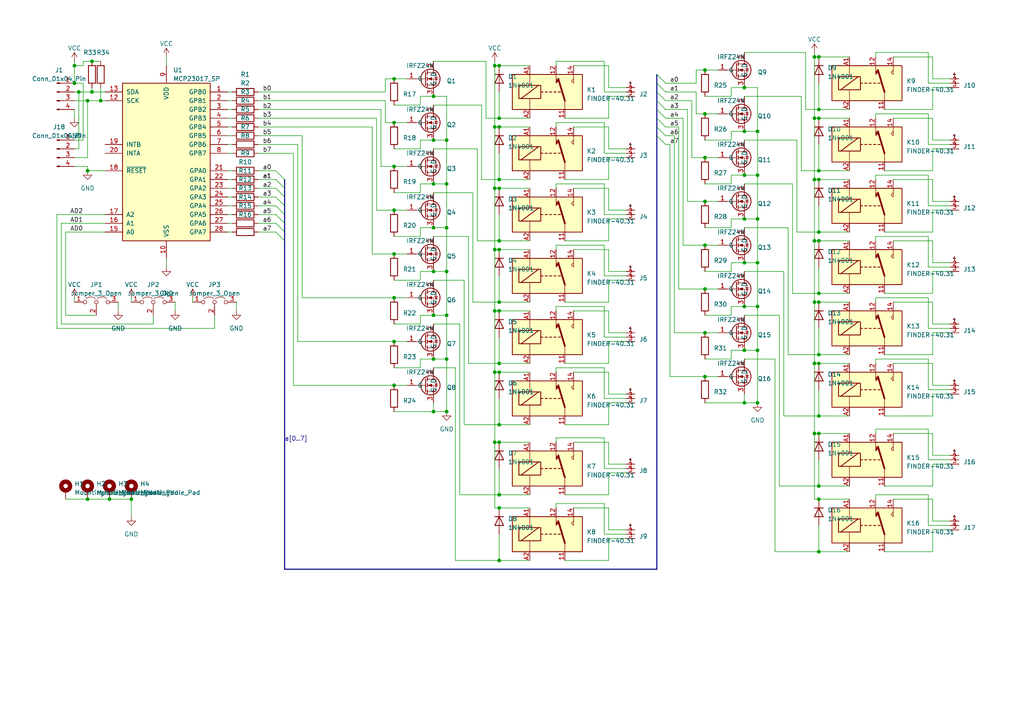
<source format=kicad_sch>
(kicad_sch (version 20230121) (generator eeschema)
  (paper "A4")
  (junction (at 125.73 91.44))
  (junction (at 144.78 36.83))
  (junction (at 114.3 99.06))
  (junction (at 144.78 105.41))
  (junction (at 219.71 116.84))
  (junction (at 237.49 140.97))
  (junction (at 219.71 101.6))
  (junction (at 25.4 49.53))
  (junction (at 129.54 40.64))
  (junction (at 143.51 90.17))
  (junction (at 26.67 17.78))
  (junction (at 144.78 69.85))
  (junction (at 114.3 22.86))
  (junction (at 237.49 16.51))
  (junction (at 125.73 119.38))
  (junction (at 114.3 35.56))
  (junction (at 219.71 38.1))
  (junction (at 144.78 19.05))
  (junction (at 237.49 49.53))
  (junction (at 236.22 16.51))
  (junction (at 114.3 48.26))
  (junction (at 236.22 105.41))
  (junction (at 26.67 26.67))
  (junction (at 144.78 162.56))
  (junction (at 125.73 104.14))
  (junction (at 144.78 123.19))
  (junction (at 204.47 45.72))
  (junction (at 125.73 66.04))
  (junction (at 129.54 91.44))
  (junction (at 204.47 109.22))
  (junction (at 237.49 160.02))
  (junction (at 236.22 69.85))
  (junction (at 237.49 31.75))
  (junction (at 219.71 50.8))
  (junction (at 237.49 52.07))
  (junction (at 219.71 76.2))
  (junction (at 143.51 128.27))
  (junction (at 204.47 71.12))
  (junction (at 125.73 27.94))
  (junction (at 31.75 144.78))
  (junction (at 129.54 53.34))
  (junction (at 236.22 87.63))
  (junction (at 143.51 54.61))
  (junction (at 236.22 125.73))
  (junction (at 114.3 86.36))
  (junction (at 129.54 119.38))
  (junction (at 143.51 36.83))
  (junction (at 204.47 96.52))
  (junction (at 215.9 38.1))
  (junction (at 143.51 19.05))
  (junction (at 219.71 63.5))
  (junction (at 125.73 53.34))
  (junction (at 125.73 78.74))
  (junction (at 144.78 72.39))
  (junction (at 237.49 87.63))
  (junction (at 25.4 29.21))
  (junction (at 215.9 101.6))
  (junction (at 144.78 147.32))
  (junction (at 129.54 66.04))
  (junction (at 215.9 76.2))
  (junction (at 236.22 52.07))
  (junction (at 215.9 88.9))
  (junction (at 237.49 69.85))
  (junction (at 204.47 58.42))
  (junction (at 236.22 34.29))
  (junction (at 215.9 63.5))
  (junction (at 38.1 144.78))
  (junction (at 215.9 50.8))
  (junction (at 237.49 144.78))
  (junction (at 29.21 29.21))
  (junction (at 204.47 33.02))
  (junction (at 144.78 52.07))
  (junction (at 215.9 25.4))
  (junction (at 21.59 19.05))
  (junction (at 21.59 24.13))
  (junction (at 129.54 78.74))
  (junction (at 237.49 67.31))
  (junction (at 114.3 111.76))
  (junction (at 129.54 104.14))
  (junction (at 144.78 107.95))
  (junction (at 237.49 120.65))
  (junction (at 143.51 107.95))
  (junction (at 237.49 105.41))
  (junction (at 215.9 116.84))
  (junction (at 114.3 73.66))
  (junction (at 144.78 54.61))
  (junction (at 237.49 125.73))
  (junction (at 144.78 34.29))
  (junction (at 114.3 60.96))
  (junction (at 144.78 87.63))
  (junction (at 125.73 40.64))
  (junction (at 144.78 143.51))
  (junction (at 237.49 34.29))
  (junction (at 237.49 102.87))
  (junction (at 143.51 72.39))
  (junction (at 144.78 90.17))
  (junction (at 219.71 88.9))
  (junction (at 25.4 144.78))
  (junction (at 237.49 85.09))
  (junction (at 144.78 128.27))
  (junction (at 204.47 20.32))
  (junction (at 204.47 83.82))
  (junction (at 22.86 26.67))
  (bus_entry (at 190.5 21.59) (size 2.54 2.54))
  (bus_entry (at 190.5 31.75) (size 2.54 2.54))
  (bus_entry (at 80.01 54.61) (size 2.54 2.54))
  (bus_entry (at 80.01 67.31) (size 2.54 2.54))
  (bus_entry (at 190.5 36.83) (size 2.54 2.54))
  (bus_entry (at 190.5 34.29) (size 2.54 2.54))
  (bus_entry (at 190.5 29.21) (size 2.54 2.54))
  (bus_entry (at 80.01 62.23) (size 2.54 2.54))
  (bus_entry (at 190.5 24.13) (size 2.54 2.54))
  (bus_entry (at 80.01 57.15) (size 2.54 2.54))
  (bus_entry (at 80.01 52.07) (size 2.54 2.54))
  (bus_entry (at 190.5 39.37) (size 2.54 2.54))
  (bus_entry (at 190.5 26.67) (size 2.54 2.54))
  (bus_entry (at 80.01 49.53) (size 2.54 2.54))
  (bus_entry (at 80.01 59.69) (size 2.54 2.54))
  (bus_entry (at 80.01 64.77) (size 2.54 2.54))
  (wire (pts (xy 87.63 39.37) (xy 87.63 86.36)))
  (wire (pts (xy 236.22 144.78) (xy 236.22 125.73)))
  (wire (pts (xy 137.16 55.88) (xy 137.16 87.63)))
  (wire (pts (xy 161.29 17.78) (xy 161.29 19.05)))
  (wire (pts (xy 181.61 99.06) (xy 176.53 99.06)))
  (wire (pts (xy 219.71 38.1) (xy 219.71 50.8)))
  (wire (pts (xy 114.3 35.56) (xy 118.11 35.56)))
  (wire (pts (xy 254 104.14) (xy 254 105.41)))
  (wire (pts (xy 86.36 99.06) (xy 114.3 99.06)))
  (wire (pts (xy 193.04 29.21) (xy 200.66 29.21)))
  (wire (pts (xy 237.49 59.69) (xy 237.49 67.31)))
  (wire (pts (xy 246.38 160.02) (xy 237.49 160.02)))
  (wire (pts (xy 236.22 34.29) (xy 236.22 52.07)))
  (wire (pts (xy 231.14 40.64) (xy 231.14 67.31)))
  (wire (pts (xy 270.51 22.86) (xy 270.51 16.51)))
  (wire (pts (xy 114.3 30.48) (xy 121.92 30.48)))
  (wire (pts (xy 215.9 66.04) (xy 228.6 66.04)))
  (wire (pts (xy 176.53 69.85) (xy 176.53 63.5)))
  (wire (pts (xy 66.04 49.53) (xy 67.31 49.53)))
  (wire (pts (xy 196.85 36.83) (xy 196.85 83.82)))
  (wire (pts (xy 121.92 91.44) (xy 125.73 91.44)))
  (wire (pts (xy 201.93 24.13) (xy 201.93 20.32)))
  (wire (pts (xy 121.92 55.88) (xy 121.92 53.34)))
  (wire (pts (xy 269.24 113.03) (xy 269.24 104.14)))
  (wire (pts (xy 175.26 97.79) (xy 181.61 97.79)))
  (wire (pts (xy 38.1 86.36) (xy 38.1 87.63)))
  (wire (pts (xy 21.59 86.36) (xy 21.59 87.63)))
  (wire (pts (xy 121.92 30.48) (xy 121.92 27.94)))
  (wire (pts (xy 144.78 143.51) (xy 153.67 143.51)))
  (wire (pts (xy 129.54 104.14) (xy 129.54 119.38)))
  (wire (pts (xy 144.78 54.61) (xy 153.67 54.61)))
  (wire (pts (xy 176.53 114.3) (xy 176.53 107.95)))
  (wire (pts (xy 219.71 76.2) (xy 219.71 88.9)))
  (wire (pts (xy 270.51 58.42) (xy 270.51 52.07)))
  (wire (pts (xy 269.24 152.4) (xy 269.24 143.51)))
  (wire (pts (xy 129.54 27.94) (xy 129.54 40.64)))
  (wire (pts (xy 74.93 64.77) (xy 80.01 64.77)))
  (wire (pts (xy 121.92 106.68) (xy 121.92 104.14)))
  (wire (pts (xy 181.61 25.4) (xy 176.53 25.4)))
  (wire (pts (xy 236.22 87.63) (xy 236.22 105.41)))
  (wire (pts (xy 176.53 60.96) (xy 181.61 60.96)))
  (wire (pts (xy 195.58 39.37) (xy 195.58 96.52)))
  (wire (pts (xy 204.47 91.44) (xy 212.09 91.44)))
  (wire (pts (xy 175.26 62.23) (xy 175.26 53.34)))
  (wire (pts (xy 181.61 154.94) (xy 175.26 154.94)))
  (wire (pts (xy 259.08 87.63) (xy 270.51 87.63)))
  (wire (pts (xy 212.09 40.64) (xy 212.09 38.1)))
  (wire (pts (xy 176.53 43.18) (xy 181.61 43.18)))
  (wire (pts (xy 24.13 24.13) (xy 21.59 24.13)))
  (wire (pts (xy 236.22 52.07) (xy 237.49 52.07)))
  (wire (pts (xy 134.62 81.28) (xy 134.62 123.19)))
  (wire (pts (xy 204.47 40.64) (xy 212.09 40.64)))
  (wire (pts (xy 125.73 68.58) (xy 135.89 68.58)))
  (bus (pts (xy 190.5 21.59) (xy 190.5 24.13)))
  (wire (pts (xy 144.78 128.27) (xy 143.51 128.27)))
  (wire (pts (xy 246.38 16.51) (xy 237.49 16.51)))
  (wire (pts (xy 237.49 105.41) (xy 246.38 105.41)))
  (wire (pts (xy 140.97 34.29) (xy 140.97 17.78)))
  (wire (pts (xy 114.3 119.38) (xy 125.73 119.38)))
  (wire (pts (xy 163.83 123.19) (xy 176.53 123.19)))
  (wire (pts (xy 111.76 26.67) (xy 111.76 22.86)))
  (wire (pts (xy 163.83 87.63) (xy 176.53 87.63)))
  (wire (pts (xy 66.04 39.37) (xy 67.31 39.37)))
  (wire (pts (xy 66.04 29.21) (xy 67.31 29.21)))
  (wire (pts (xy 270.51 87.63) (xy 270.51 93.98)))
  (wire (pts (xy 193.04 24.13) (xy 201.93 24.13)))
  (wire (pts (xy 161.29 71.12) (xy 161.29 72.39)))
  (wire (pts (xy 144.78 143.51) (xy 133.35 143.51)))
  (wire (pts (xy 175.26 154.94) (xy 175.26 146.05)))
  (wire (pts (xy 237.49 140.97) (xy 226.06 140.97)))
  (wire (pts (xy 237.49 87.63) (xy 246.38 87.63)))
  (wire (pts (xy 275.59 134.62) (xy 270.51 134.62)))
  (wire (pts (xy 212.09 25.4) (xy 215.9 25.4)))
  (wire (pts (xy 193.04 26.67) (xy 201.93 26.67)))
  (wire (pts (xy 224.79 104.14) (xy 224.79 160.02)))
  (wire (pts (xy 215.9 76.2) (xy 219.71 76.2)))
  (wire (pts (xy 161.29 88.9) (xy 175.26 88.9)))
  (wire (pts (xy 114.3 43.18) (xy 121.92 43.18)))
  (wire (pts (xy 270.51 120.65) (xy 270.51 114.3)))
  (wire (pts (xy 125.73 78.74) (xy 129.54 78.74)))
  (wire (pts (xy 275.59 96.52) (xy 270.51 96.52)))
  (wire (pts (xy 181.61 62.23) (xy 175.26 62.23)))
  (wire (pts (xy 212.09 66.04) (xy 212.09 63.5)))
  (wire (pts (xy 143.51 54.61) (xy 143.51 72.39)))
  (wire (pts (xy 201.93 20.32) (xy 204.47 20.32)))
  (bus (pts (xy 190.5 34.29) (xy 190.5 36.83)))
  (wire (pts (xy 237.49 160.02) (xy 237.49 152.4)))
  (wire (pts (xy 175.26 53.34) (xy 161.29 53.34)))
  (wire (pts (xy 66.04 67.31) (xy 67.31 67.31)))
  (wire (pts (xy 259.08 69.85) (xy 270.51 69.85)))
  (wire (pts (xy 204.47 109.22) (xy 208.28 109.22)))
  (wire (pts (xy 219.71 63.5) (xy 219.71 76.2)))
  (wire (pts (xy 125.73 104.14) (xy 129.54 104.14)))
  (wire (pts (xy 144.78 90.17) (xy 143.51 90.17)))
  (wire (pts (xy 21.59 40.64) (xy 24.13 40.64)))
  (wire (pts (xy 143.51 147.32) (xy 143.51 128.27)))
  (wire (pts (xy 176.53 156.21) (xy 181.61 156.21)))
  (wire (pts (xy 204.47 53.34) (xy 212.09 53.34)))
  (wire (pts (xy 269.24 50.8) (xy 254 50.8)))
  (wire (pts (xy 215.9 116.84) (xy 219.71 116.84)))
  (wire (pts (xy 237.49 24.13) (xy 237.49 31.75)))
  (wire (pts (xy 212.09 76.2) (xy 215.9 76.2)))
  (wire (pts (xy 111.76 35.56) (xy 114.3 35.56)))
  (wire (pts (xy 181.61 44.45) (xy 175.26 44.45)))
  (wire (pts (xy 194.31 109.22) (xy 204.47 109.22)))
  (wire (pts (xy 269.24 24.13) (xy 269.24 15.24)))
  (wire (pts (xy 201.93 26.67) (xy 201.93 33.02)))
  (wire (pts (xy 200.66 45.72) (xy 204.47 45.72)))
  (wire (pts (xy 144.78 69.85) (xy 153.67 69.85)))
  (wire (pts (xy 66.04 26.67) (xy 67.31 26.67)))
  (wire (pts (xy 176.53 90.17) (xy 176.53 96.52)))
  (wire (pts (xy 125.73 66.04) (xy 129.54 66.04)))
  (wire (pts (xy 153.67 19.05) (xy 144.78 19.05)))
  (wire (pts (xy 269.24 95.25) (xy 275.59 95.25)))
  (wire (pts (xy 144.78 162.56) (xy 144.78 154.94)))
  (wire (pts (xy 254 143.51) (xy 254 144.78)))
  (wire (pts (xy 163.83 143.51) (xy 176.53 143.51)))
  (bus (pts (xy 190.5 26.67) (xy 190.5 29.21)))
  (wire (pts (xy 38.1 144.78) (xy 38.1 149.86)))
  (wire (pts (xy 144.78 62.23) (xy 144.78 69.85)))
  (wire (pts (xy 144.78 128.27) (xy 153.67 128.27)))
  (wire (pts (xy 121.92 53.34) (xy 125.73 53.34)))
  (wire (pts (xy 270.51 111.76) (xy 270.51 105.41)))
  (wire (pts (xy 107.95 73.66) (xy 114.3 73.66)))
  (wire (pts (xy 74.93 52.07) (xy 80.01 52.07)))
  (wire (pts (xy 219.71 25.4) (xy 219.71 38.1)))
  (wire (pts (xy 114.3 81.28) (xy 121.92 81.28)))
  (bus (pts (xy 190.5 39.37) (xy 190.5 165.1)))
  (wire (pts (xy 176.53 134.62) (xy 181.61 134.62)))
  (wire (pts (xy 204.47 58.42) (xy 208.28 58.42)))
  (wire (pts (xy 161.29 106.68) (xy 161.29 107.95)))
  (wire (pts (xy 166.37 54.61) (xy 176.53 54.61)))
  (wire (pts (xy 44.45 91.44) (xy 44.45 93.98)))
  (wire (pts (xy 163.83 52.07) (xy 176.53 52.07)))
  (wire (pts (xy 259.08 105.41) (xy 270.51 105.41)))
  (wire (pts (xy 237.49 31.75) (xy 233.68 31.75)))
  (wire (pts (xy 256.54 160.02) (xy 270.51 160.02)))
  (wire (pts (xy 74.93 34.29) (xy 109.22 34.29)))
  (wire (pts (xy 25.4 29.21) (xy 29.21 29.21)))
  (wire (pts (xy 133.35 93.98) (xy 125.73 93.98)))
  (wire (pts (xy 193.04 31.75) (xy 199.39 31.75)))
  (wire (pts (xy 212.09 88.9) (xy 215.9 88.9)))
  (wire (pts (xy 166.37 107.95) (xy 176.53 107.95)))
  (wire (pts (xy 270.51 132.08) (xy 275.59 132.08)))
  (wire (pts (xy 176.53 153.67) (xy 181.61 153.67)))
  (wire (pts (xy 121.92 78.74) (xy 125.73 78.74)))
  (wire (pts (xy 125.73 27.94) (xy 129.54 27.94)))
  (wire (pts (xy 199.39 58.42) (xy 204.47 58.42)))
  (wire (pts (xy 74.93 36.83) (xy 107.95 36.83)))
  (wire (pts (xy 256.54 85.09) (xy 270.51 85.09)))
  (wire (pts (xy 259.08 52.07) (xy 270.51 52.07)))
  (wire (pts (xy 109.22 34.29) (xy 109.22 60.96)))
  (wire (pts (xy 176.53 63.5) (xy 181.61 63.5)))
  (wire (pts (xy 176.53 99.06) (xy 176.53 105.41)))
  (wire (pts (xy 74.93 49.53) (xy 80.01 49.53)))
  (wire (pts (xy 24.13 17.78) (xy 24.13 19.05)))
  (wire (pts (xy 144.78 26.67) (xy 144.78 34.29)))
  (wire (pts (xy 66.04 34.29) (xy 67.31 34.29)))
  (wire (pts (xy 121.92 27.94) (xy 125.73 27.94)))
  (wire (pts (xy 161.29 146.05) (xy 161.29 147.32)))
  (wire (pts (xy 139.7 30.48) (xy 139.7 52.07)))
  (wire (pts (xy 199.39 31.75) (xy 199.39 58.42)))
  (wire (pts (xy 21.59 45.72) (xy 25.4 45.72)))
  (wire (pts (xy 74.93 39.37) (xy 87.63 39.37)))
  (wire (pts (xy 24.13 19.05) (xy 21.59 19.05)))
  (wire (pts (xy 176.53 96.52) (xy 181.61 96.52)))
  (wire (pts (xy 27.94 91.44) (xy 19.05 91.44)))
  (wire (pts (xy 86.36 41.91) (xy 86.36 99.06)))
  (wire (pts (xy 25.4 48.26) (xy 25.4 49.53)))
  (wire (pts (xy 259.08 144.78) (xy 270.51 144.78)))
  (wire (pts (xy 175.26 135.89) (xy 181.61 135.89)))
  (wire (pts (xy 132.08 162.56) (xy 144.78 162.56)))
  (wire (pts (xy 236.22 87.63) (xy 236.22 69.85)))
  (wire (pts (xy 232.41 49.53) (xy 237.49 49.53)))
  (wire (pts (xy 62.23 95.25) (xy 16.51 95.25)))
  (wire (pts (xy 66.04 62.23) (xy 67.31 62.23)))
  (wire (pts (xy 125.73 106.68) (xy 132.08 106.68)))
  (wire (pts (xy 181.61 137.16) (xy 176.53 137.16)))
  (wire (pts (xy 110.49 48.26) (xy 114.3 48.26)))
  (wire (pts (xy 237.49 69.85) (xy 236.22 69.85)))
  (wire (pts (xy 144.78 34.29) (xy 153.67 34.29)))
  (wire (pts (xy 181.61 81.28) (xy 176.53 81.28)))
  (wire (pts (xy 270.51 102.87) (xy 256.54 102.87)))
  (wire (pts (xy 175.26 17.78) (xy 161.29 17.78)))
  (wire (pts (xy 254 69.85) (xy 254 68.58)))
  (wire (pts (xy 270.51 160.02) (xy 270.51 153.67)))
  (wire (pts (xy 163.83 162.56) (xy 176.53 162.56)))
  (wire (pts (xy 26.67 25.4) (xy 26.67 26.67)))
  (wire (pts (xy 26.67 26.67) (xy 30.48 26.67)))
  (wire (pts (xy 161.29 127) (xy 175.26 127)))
  (wire (pts (xy 237.49 41.91) (xy 237.49 49.53)))
  (wire (pts (xy 204.47 78.74) (xy 212.09 78.74)))
  (wire (pts (xy 19.05 91.44) (xy 19.05 67.31)))
  (wire (pts (xy 125.73 116.84) (xy 125.73 119.38)))
  (wire (pts (xy 270.51 93.98) (xy 275.59 93.98)))
  (wire (pts (xy 233.68 15.24) (xy 215.9 15.24)))
  (wire (pts (xy 125.73 55.88) (xy 137.16 55.88)))
  (wire (pts (xy 215.9 38.1) (xy 219.71 38.1)))
  (wire (pts (xy 24.13 40.64) (xy 24.13 24.13)))
  (wire (pts (xy 256.54 31.75) (xy 270.51 31.75)))
  (wire (pts (xy 176.53 45.72) (xy 181.61 45.72)))
  (wire (pts (xy 254 15.24) (xy 254 16.51)))
  (wire (pts (xy 22.86 43.18) (xy 22.86 26.67)))
  (wire (pts (xy 114.3 106.68) (xy 121.92 106.68)))
  (wire (pts (xy 270.51 25.4) (xy 275.59 25.4)))
  (wire (pts (xy 21.59 48.26) (xy 25.4 48.26)))
  (wire (pts (xy 227.33 120.65) (xy 237.49 120.65)))
  (wire (pts (xy 194.31 41.91) (xy 194.31 109.22)))
  (wire (pts (xy 215.9 27.94) (xy 232.41 27.94)))
  (bus (pts (xy 82.55 67.31) (xy 82.55 69.85)))
  (bus (pts (xy 190.5 29.21) (xy 190.5 31.75)))
  (wire (pts (xy 125.73 30.48) (xy 139.7 30.48)))
  (wire (pts (xy 229.87 53.34) (xy 229.87 85.09)))
  (bus (pts (xy 190.5 31.75) (xy 190.5 34.29)))
  (wire (pts (xy 22.86 26.67) (xy 26.67 26.67)))
  (wire (pts (xy 143.51 36.83) (xy 143.51 54.61)))
  (wire (pts (xy 143.51 147.32) (xy 144.78 147.32)))
  (wire (pts (xy 237.49 120.65) (xy 246.38 120.65)))
  (wire (pts (xy 29.21 25.4) (xy 29.21 29.21)))
  (wire (pts (xy 176.53 52.07) (xy 176.53 45.72)))
  (wire (pts (xy 176.53 72.39) (xy 176.53 78.74)))
  (wire (pts (xy 212.09 38.1) (xy 215.9 38.1)))
  (wire (pts (xy 212.09 50.8) (xy 215.9 50.8)))
  (wire (pts (xy 237.49 95.25) (xy 237.49 102.87)))
  (wire (pts (xy 254 86.36) (xy 269.24 86.36)))
  (bus (pts (xy 190.5 24.13) (xy 190.5 26.67)))
  (wire (pts (xy 175.26 71.12) (xy 175.26 80.01)))
  (bus (pts (xy 82.55 64.77) (xy 82.55 67.31)))
  (wire (pts (xy 270.51 153.67) (xy 275.59 153.67)))
  (wire (pts (xy 143.51 90.17) (xy 143.51 107.95)))
  (wire (pts (xy 275.59 152.4) (xy 269.24 152.4)))
  (wire (pts (xy 219.71 50.8) (xy 219.71 63.5)))
  (wire (pts (xy 175.26 106.68) (xy 161.29 106.68)))
  (wire (pts (xy 163.83 69.85) (xy 176.53 69.85)))
  (wire (pts (xy 212.09 63.5) (xy 215.9 63.5)))
  (wire (pts (xy 121.92 81.28) (xy 121.92 78.74)))
  (wire (pts (xy 215.9 78.74) (xy 227.33 78.74)))
  (wire (pts (xy 121.92 40.64) (xy 125.73 40.64)))
  (wire (pts (xy 204.47 45.72) (xy 208.28 45.72)))
  (wire (pts (xy 204.47 20.32) (xy 208.28 20.32)))
  (wire (pts (xy 66.04 54.61) (xy 67.31 54.61)))
  (wire (pts (xy 21.59 19.05) (xy 21.59 24.13)))
  (wire (pts (xy 236.22 105.41) (xy 237.49 105.41)))
  (wire (pts (xy 114.3 93.98) (xy 121.92 93.98)))
  (wire (pts (xy 74.93 62.23) (xy 80.01 62.23)))
  (wire (pts (xy 144.78 44.45) (xy 144.78 52.07)))
  (wire (pts (xy 66.04 64.77) (xy 67.31 64.77)))
  (wire (pts (xy 62.23 91.44) (xy 62.23 95.25)))
  (wire (pts (xy 144.78 72.39) (xy 153.67 72.39)))
  (wire (pts (xy 66.04 44.45) (xy 67.31 44.45)))
  (wire (pts (xy 269.24 15.24) (xy 254 15.24)))
  (wire (pts (xy 111.76 22.86) (xy 114.3 22.86)))
  (wire (pts (xy 236.22 16.51) (xy 236.22 34.29)))
  (wire (pts (xy 21.59 17.78) (xy 21.59 19.05)))
  (wire (pts (xy 237.49 113.03) (xy 237.49 120.65)))
  (wire (pts (xy 125.73 43.18) (xy 138.43 43.18)))
  (wire (pts (xy 138.43 69.85) (xy 144.78 69.85)))
  (wire (pts (xy 125.73 81.28) (xy 134.62 81.28)))
  (wire (pts (xy 200.66 29.21) (xy 200.66 45.72)))
  (wire (pts (xy 143.51 107.95) (xy 144.78 107.95)))
  (bus (pts (xy 190.5 36.83) (xy 190.5 39.37)))
  (wire (pts (xy 269.24 104.14) (xy 254 104.14)))
  (bus (pts (xy 82.55 57.15) (xy 82.55 59.69)))
  (wire (pts (xy 143.51 54.61) (xy 144.78 54.61)))
  (wire (pts (xy 254 125.73) (xy 254 124.46)))
  (wire (pts (xy 161.29 127) (xy 161.29 128.27)))
  (wire (pts (xy 133.35 93.98) (xy 133.35 143.51)))
  (wire (pts (xy 144.78 52.07) (xy 153.67 52.07)))
  (wire (pts (xy 224.79 160.02) (xy 237.49 160.02)))
  (wire (pts (xy 215.9 88.9) (xy 219.71 88.9)))
  (wire (pts (xy 175.26 115.57) (xy 175.26 106.68)))
  (wire (pts (xy 212.09 78.74) (xy 212.09 76.2)))
  (wire (pts (xy 129.54 91.44) (xy 129.54 104.14)))
  (wire (pts (xy 74.93 44.45) (xy 85.09 44.45)))
  (wire (pts (xy 29.21 29.21) (xy 30.48 29.21)))
  (wire (pts (xy 237.49 16.51) (xy 236.22 16.51)))
  (wire (pts (xy 270.51 96.52) (xy 270.51 102.87)))
  (wire (pts (xy 26.67 17.78) (xy 29.21 17.78)))
  (wire (pts (xy 161.29 53.34) (xy 161.29 54.61)))
  (wire (pts (xy 175.26 44.45) (xy 175.26 35.56)))
  (wire (pts (xy 176.53 162.56) (xy 176.53 156.21)))
  (wire (pts (xy 269.24 77.47) (xy 275.59 77.47)))
  (wire (pts (xy 114.3 99.06) (xy 118.11 99.06)))
  (wire (pts (xy 212.09 91.44) (xy 212.09 88.9)))
  (wire (pts (xy 254 124.46) (xy 269.24 124.46)))
  (wire (pts (xy 114.3 111.76) (xy 118.11 111.76)))
  (wire (pts (xy 161.29 88.9) (xy 161.29 90.17)))
  (wire (pts (xy 110.49 31.75) (xy 110.49 48.26)))
  (wire (pts (xy 228.6 102.87) (xy 237.49 102.87)))
  (wire (pts (xy 55.88 86.36) (xy 55.88 87.63)))
  (wire (pts (xy 31.75 144.78) (xy 38.1 144.78)))
  (bus (pts (xy 82.55 54.61) (xy 82.55 57.15)))
  (wire (pts (xy 175.26 80.01) (xy 181.61 80.01)))
  (wire (pts (xy 275.59 41.91) (xy 269.24 41.91)))
  (wire (pts (xy 176.53 123.19) (xy 176.53 116.84)))
  (wire (pts (xy 269.24 68.58) (xy 269.24 77.47)))
  (wire (pts (xy 237.49 67.31) (xy 246.38 67.31)))
  (wire (pts (xy 176.53 36.83) (xy 176.53 43.18)))
  (wire (pts (xy 66.04 36.83) (xy 67.31 36.83)))
  (wire (pts (xy 26.67 17.78) (xy 24.13 17.78)))
  (wire (pts (xy 144.78 90.17) (xy 153.67 90.17)))
  (wire (pts (xy 237.49 34.29) (xy 246.38 34.29)))
  (wire (pts (xy 175.26 146.05) (xy 161.29 146.05)))
  (wire (pts (xy 226.06 91.44) (xy 215.9 91.44)))
  (wire (pts (xy 237.49 125.73) (xy 236.22 125.73)))
  (wire (pts (xy 198.12 71.12) (xy 204.47 71.12)))
  (wire (pts (xy 175.26 35.56) (xy 161.29 35.56)))
  (wire (pts (xy 25.4 49.53) (xy 30.48 49.53)))
  (wire (pts (xy 236.22 105.41) (xy 236.22 125.73)))
  (wire (pts (xy 74.93 54.61) (xy 80.01 54.61)))
  (wire (pts (xy 121.92 68.58) (xy 121.92 66.04)))
  (wire (pts (xy 193.04 39.37) (xy 195.58 39.37)))
  (wire (pts (xy 204.47 33.02) (xy 208.28 33.02)))
  (wire (pts (xy 19.05 144.78) (xy 25.4 144.78)))
  (wire (pts (xy 161.29 35.56) (xy 161.29 36.83)))
  (wire (pts (xy 176.53 81.28) (xy 176.53 87.63)))
  (wire (pts (xy 270.51 60.96) (xy 275.59 60.96)))
  (wire (pts (xy 144.78 147.32) (xy 153.67 147.32)))
  (wire (pts (xy 125.73 119.38) (xy 129.54 119.38)))
  (wire (pts (xy 219.71 101.6) (xy 219.71 116.84)))
  (wire (pts (xy 74.93 31.75) (xy 110.49 31.75)))
  (wire (pts (xy 259.08 34.29) (xy 270.51 34.29)))
  (wire (pts (xy 215.9 101.6) (xy 219.71 101.6)))
  (wire (pts (xy 181.61 26.67) (xy 175.26 26.67)))
  (wire (pts (xy 215.9 114.3) (xy 215.9 116.84)))
  (wire (pts (xy 144.78 72.39) (xy 143.51 72.39)))
  (wire (pts (xy 259.08 125.73) (xy 270.51 125.73)))
  (wire (pts (xy 121.92 104.14) (xy 125.73 104.14)))
  (wire (pts (xy 144.78 123.19) (xy 153.67 123.19)))
  (wire (pts (xy 66.04 41.91) (xy 67.31 41.91)))
  (wire (pts (xy 212.09 53.34) (xy 212.09 50.8)))
  (wire (pts (xy 193.04 36.83) (xy 196.85 36.83)))
  (wire (pts (xy 74.93 26.67) (xy 111.76 26.67)))
  (wire (pts (xy 196.85 83.82) (xy 204.47 83.82)))
  (wire (pts (xy 114.3 73.66) (xy 118.11 73.66)))
  (wire (pts (xy 138.43 43.18) (xy 138.43 69.85)))
  (wire (pts (xy 269.24 143.51) (xy 254 143.51)))
  (wire (pts (xy 66.04 59.69) (xy 67.31 59.69)))
  (wire (pts (xy 227.33 78.74) (xy 227.33 120.65)))
  (wire (pts (xy 237.49 85.09) (xy 237.49 77.47)))
  (wire (pts (xy 48.26 16.51) (xy 48.26 19.05)))
  (wire (pts (xy 204.47 116.84) (xy 215.9 116.84)))
  (wire (pts (xy 111.76 29.21) (xy 111.76 35.56)))
  (wire (pts (xy 175.26 127) (xy 175.26 135.89)))
  (wire (pts (xy 204.47 71.12) (xy 208.28 71.12)))
  (wire (pts (xy 215.9 63.5) (xy 219.71 63.5)))
  (wire (pts (xy 21.59 43.18) (xy 22.86 43.18)))
  (wire (pts (xy 254 87.63) (xy 254 86.36)))
  (wire (pts (xy 275.59 22.86) (xy 270.51 22.86)))
  (wire (pts (xy 237.49 125.73) (xy 246.38 125.73)))
  (wire (pts (xy 237.49 69.85) (xy 246.38 69.85)))
  (wire (pts (xy 176.53 128.27) (xy 176.53 134.62)))
  (bus (pts (xy 82.55 59.69) (xy 82.55 62.23)))
  (bus (pts (xy 82.55 62.23) (xy 82.55 64.77)))
  (wire (pts (xy 228.6 66.04) (xy 228.6 102.87)))
  (wire (pts (xy 270.51 40.64) (xy 275.59 40.64)))
  (wire (pts (xy 85.09 111.76) (xy 114.3 111.76)))
  (wire (pts (xy 85.09 44.45) (xy 85.09 111.76)))
  (wire (pts (xy 144.78 36.83) (xy 153.67 36.83)))
  (wire (pts (xy 215.9 53.34) (xy 229.87 53.34)))
  (wire (pts (xy 143.51 36.83) (xy 144.78 36.83)))
  (wire (pts (xy 109.22 60.96) (xy 114.3 60.96)))
  (wire (pts (xy 16.51 95.25) (xy 16.51 62.23)))
  (wire (pts (xy 193.04 41.91) (xy 194.31 41.91)))
  (wire (pts (xy 135.89 68.58) (xy 135.89 105.41)))
  (wire (pts (xy 114.3 86.36) (xy 118.11 86.36)))
  (wire (pts (xy 176.53 78.74) (xy 181.61 78.74)))
  (bus (pts (xy 82.55 52.07) (xy 82.55 54.61)))
  (wire (pts (xy 204.47 104.14) (xy 212.09 104.14)))
  (wire (pts (xy 129.54 40.64) (xy 129.54 53.34)))
  (wire (pts (xy 231.14 67.31) (xy 237.49 67.31)))
  (wire (pts (xy 166.37 72.39) (xy 176.53 72.39)))
  (wire (pts (xy 176.53 60.96) (xy 176.53 54.61)))
  (wire (pts (xy 254 50.8) (xy 254 52.07)))
  (wire (pts (xy 270.51 67.31) (xy 270.51 60.96)))
  (wire (pts (xy 144.78 115.57) (xy 144.78 123.19)))
  (wire (pts (xy 25.4 144.78) (xy 31.75 144.78)))
  (wire (pts (xy 175.26 88.9) (xy 175.26 97.79)))
  (wire (pts (xy 270.51 125.73) (xy 270.51 132.08)))
  (wire (pts (xy 269.24 124.46) (xy 269.24 133.35)))
  (wire (pts (xy 176.53 114.3) (xy 181.61 114.3)))
  (wire (pts (xy 256.54 49.53) (xy 270.51 49.53)))
  (wire (pts (xy 114.3 60.96) (xy 118.11 60.96)))
  (wire (pts (xy 275.59 113.03) (xy 269.24 113.03)))
  (wire (pts (xy 44.45 93.98) (xy 17.78 93.98)))
  (wire (pts (xy 17.78 64.77) (xy 30.48 64.77)))
  (wire (pts (xy 66.04 52.07) (xy 67.31 52.07)))
  (wire (pts (xy 153.67 87.63) (xy 144.78 87.63)))
  (wire (pts (xy 256.54 67.31) (xy 270.51 67.31)))
  (wire (pts (xy 237.49 87.63) (xy 236.22 87.63)))
  (wire (pts (xy 132.08 106.68) (xy 132.08 162.56)))
  (wire (pts (xy 204.47 27.94) (xy 212.09 27.94)))
  (wire (pts (xy 66.04 31.75) (xy 67.31 31.75)))
  (wire (pts (xy 270.51 43.18) (xy 275.59 43.18)))
  (wire (pts (xy 143.51 19.05) (xy 143.51 17.78)))
  (wire (pts (xy 144.78 105.41) (xy 153.67 105.41)))
  (wire (pts (xy 166.37 128.27) (xy 176.53 128.27)))
  (wire (pts (xy 176.53 19.05) (xy 166.37 19.05)))
  (wire (pts (xy 16.51 62.23) (xy 30.48 62.23)))
  (wire (pts (xy 48.26 77.47) (xy 48.26 74.93)))
  (wire (pts (xy 74.93 29.21) (xy 111.76 29.21)))
  (wire (pts (xy 219.71 88.9) (xy 219.71 101.6)))
  (wire (pts (xy 270.51 34.29) (xy 270.51 40.64)))
  (wire (pts (xy 143.51 19.05) (xy 143.51 36.83)))
  (wire (pts (xy 25.4 45.72) (xy 25.4 29.21)))
  (wire (pts (xy 237.49 133.35) (xy 237.49 140.97)))
  (wire (pts (xy 166.37 36.83) (xy 176.53 36.83)))
  (wire (pts (xy 212.09 101.6) (xy 215.9 101.6)))
  (wire (pts (xy 237.49 31.75) (xy 246.38 31.75)))
  (wire (pts (xy 176.53 27.94) (xy 181.61 27.94)))
  (wire (pts (xy 193.04 34.29) (xy 198.12 34.29)))
  (wire (pts (xy 275.59 59.69) (xy 269.24 59.69)))
  (wire (pts (xy 121.92 93.98) (xy 121.92 91.44)))
  (wire (pts (xy 275.59 24.13) (xy 269.24 24.13)))
  (wire (pts (xy 163.83 34.29) (xy 176.53 34.29)))
  (wire (pts (xy 270.51 58.42) (xy 275.59 58.42)))
  (wire (pts (xy 134.62 123.19) (xy 144.78 123.19)))
  (wire (pts (xy 176.53 105.41) (xy 163.83 105.41)))
  (wire (pts (xy 256.54 140.97) (xy 270.51 140.97)))
  (wire (pts (xy 144.78 107.95) (xy 153.67 107.95)))
  (wire (pts (xy 254 68.58) (xy 269.24 68.58)))
  (wire (pts (xy 215.9 104.14) (xy 224.79 104.14)))
  (wire (pts (xy 176.53 116.84) (xy 181.61 116.84)))
  (wire (pts (xy 270.51 16.51) (xy 259.08 16.51)))
  (wire (pts (xy 144.78 87.63) (xy 144.78 80.01)))
  (wire (pts (xy 270.51 49.53) (xy 270.51 43.18)))
  (wire (pts (xy 198.12 34.29) (xy 198.12 71.12)))
  (wire (pts (xy 215.9 25.4) (xy 219.71 25.4)))
  (wire (pts (xy 236.22 144.78) (xy 237.49 144.78)))
  (wire (pts (xy 176.53 25.4) (xy 176.53 19.05)))
  (wire (pts (xy 270.51 114.3) (xy 275.59 114.3)))
  (wire (pts (xy 270.51 151.13) (xy 275.59 151.13)))
  (wire (pts (xy 74.93 59.69) (xy 80.01 59.69)))
  (wire (pts (xy 176.53 153.67) (xy 176.53 147.32)))
  (wire (pts (xy 107.95 36.83) (xy 107.95 73.66)))
  (wire (pts (xy 270.51 78.74) (xy 270.51 85.09)))
  (wire (pts (xy 204.47 96.52) (xy 208.28 96.52)))
  (wire (pts (xy 114.3 22.86) (xy 118.11 22.86)))
  (wire (pts (xy 270.51 76.2) (xy 275.59 76.2)))
  (wire (pts (xy 236.22 52.07) (xy 236.22 69.85)))
  (wire (pts (xy 161.29 71.12) (xy 175.26 71.12)))
  (wire (pts (xy 144.78 34.29) (xy 140.97 34.29)))
  (wire (pts (xy 66.04 57.15) (xy 67.31 57.15)))
  (wire (pts (xy 212.09 27.94) (xy 212.09 25.4)))
  (wire (pts (xy 212.09 104.14) (xy 212.09 101.6)))
  (wire (pts (xy 114.3 48.26) (xy 118.11 48.26)))
  (wire (pts (xy 236.22 16.51) (xy 236.22 15.24)))
  (wire (pts (xy 236.22 34.29) (xy 237.49 34.29)))
  (wire (pts (xy 125.73 53.34) (xy 129.54 53.34)))
  (wire (pts (xy 140.97 17.78) (xy 125.73 17.78)))
  (wire (pts (xy 270.51 151.13) (xy 270.51 144.78)))
  (wire (pts (xy 129.54 53.34) (xy 129.54 66.04)))
  (wire (pts (xy 215.9 50.8) (xy 219.71 50.8)))
  (wire (pts (xy 226.06 91.44) (xy 226.06 140.97)))
  (wire (pts (xy 233.68 31.75) (xy 233.68 15.24)))
  (wire (pts (xy 181.61 115.57) (xy 175.26 115.57)))
  (wire (pts (xy 74.93 41.91) (xy 86.36 41.91)))
  (wire (pts (xy 270.51 31.75) (xy 270.51 25.4)))
  (wire (pts (xy 237.49 144.78) (xy 246.38 144.78)))
  (wire (pts (xy 269.24 33.02) (xy 254 33.02)))
  (wire (pts (xy 87.63 86.36) (xy 114.3 86.36)))
  (bus (pts (xy 190.5 165.1) (xy 82.55 165.1)))
  (wire (pts (xy 269.24 41.91) (xy 269.24 33.02)))
  (wire (pts (xy 125.73 40.64) (xy 129.54 40.64)))
  (wire (pts (xy 204.47 66.04) (xy 212.09 66.04)))
  (wire (pts (xy 232.41 27.94) (xy 232.41 49.53)))
  (wire (pts (xy 237.49 140.97) (xy 246.38 140.97)))
  (wire (pts (xy 270.51 69.85) (xy 270.51 76.2)))
  (wire (pts (xy 68.58 87.63) (xy 68.58 90.17)))
  (wire (pts (xy 237.49 102.87) (xy 246.38 102.87)))
  (wire (pts (xy 143.51 90.17) (xy 143.51 72.39)))
  (wire (pts (xy 17.78 93.98) (xy 17.78 64.77)))
  (wire (pts (xy 254 33.02) (xy 254 34.29)))
  (wire (pts (xy 144.78 97.79) (xy 144.78 105.41)))
  (wire (pts (xy 121.92 43.18) (xy 121.92 40.64)))
  (wire (pts (xy 201.93 33.02) (xy 204.47 33.02)))
  (wire (pts (xy 246.38 85.09) (xy 237.49 85.09)))
  (wire (pts (xy 144.78 19.05) (xy 143.51 19.05)))
  (wire (pts (xy 204.47 83.82) (xy 208.28 83.82)))
  (wire (pts (xy 121.92 66.04) (xy 125.73 66.04)))
  (wire (pts (xy 153.67 162.56) (xy 144.78 162.56)))
  (wire (pts (xy 237.49 52.07) (xy 246.38 52.07)))
  (wire (pts (xy 50.8 87.63) (xy 50.8 90.17)))
  (wire (pts (xy 229.87 85.09) (xy 237.49 85.09)))
  (wire (pts (xy 19.05 67.31) (xy 30.48 67.31)))
  (wire (pts (xy 74.93 67.31) (xy 80.01 67.31)))
  (wire (pts (xy 21.59 29.21) (xy 25.4 29.21)))
  (wire (pts (xy 166.37 147.32) (xy 176.53 147.32)))
  (wire (pts (xy 269.24 133.35) (xy 275.59 133.35)))
  (wire (pts (xy 215.9 40.64) (xy 231.14 40.64)))
  (wire (pts (xy 129.54 66.04) (xy 129.54 78.74)))
  (wire (pts (xy 129.54 78.74) (xy 129.54 91.44)))
  (wire (pts (xy 74.93 57.15) (xy 80.01 57.15)))
  (wire (pts (xy 21.59 31.75) (xy 21.59 34.29)))
  (wire (pts (xy 176.53 137.16) (xy 176.53 143.51)))
  (wire (pts (xy 125.73 91.44) (xy 129.54 91.44)))
  (wire (pts (xy 270.51 111.76) (xy 275.59 111.76)))
  (wire (pts (xy 195.58 96.52) (xy 204.47 96.52)))
  (wire (pts (xy 137.16 87.63) (xy 144.78 87.63)))
  (wire (pts (xy 135.89 105.41) (xy 144.78 105.41)))
  (wire (pts (xy 237.49 49.53) (xy 246.38 49.53)))
  (wire (pts (xy 143.51 107.95) (xy 143.51 128.27)))
  (wire (pts (xy 275.59 78.74) (xy 270.51 78.74)))
  (wire (pts (xy 114.3 55.88) (xy 121.92 55.88)))
  (wire (pts (xy 270.51 134.62) (xy 270.51 140.97)))
  (wire (pts (xy 175.26 26.67) (xy 175.26 17.78)))
  (wire (pts (xy 269.24 86.36) (xy 269.24 95.25)))
  (wire (pts (xy 34.29 87.63) (xy 34.29 90.17)))
  (wire (pts (xy 256.54 120.65) (xy 270.51 120.65)))
  (wire (pts (xy 166.37 90.17) (xy 176.53 90.17)))
  (wire (pts (xy 114.3 68.58) (xy 121.92 68.58)))
  (bus (pts (xy 82.55 69.85) (xy 82.55 165.1)))
  (wire (pts (xy 139.7 52.07) (xy 144.78 52.07)))
  (wire (pts (xy 144.78 135.89) (xy 144.78 143.51)))
  (wire (pts (xy 176.53 34.29) (xy 176.53 27.94)))
  (wire (pts (xy 269.24 59.69) (xy 269.24 50.8)))
  (wire (pts (xy 21.59 26.67) (xy 22.86 26.67)))
  (label "a1" (at 194.31 26.67 0))
  (label "b6" (at 76.2 41.91 0))
  (label "b0" (at 76.2 26.67 0))
  (label "a[0..7]" (at 82.55 128.27 0))
  (label "a6" (at 194.31 39.37 0))
  (label "AD0" (at 20.32 67.31 0))
  (label "a2" (at 194.31 29.21 0))
  (label "b3" (at 76.2 34.29 0))
  (label "a6" (at 76.2 64.77 0))
  (label "a3" (at 76.2 57.15 0))
  (label "a5" (at 76.2 62.23 0))
  (label "a2" (at 76.2 54.61 0))
  (label "a7" (at 76.2 67.31 0))
  (label "AD2" (at 20.32 62.23 0))
  (label "a4" (at 194.31 34.29 0))
  (label "a0" (at 194.31 24.13 0))
  (label "b7" (at 76.2 44.45 0))
  (label "a5" (at 194.31 36.83 0))
  (label "a1" (at 76.2 52.07 0))
  (label "a1" (at 76.2 52.07 0))
  (label "b2" (at 76.2 31.75 0))
  (label "a0" (at 76.2 49.53 0))
  (label "b4" (at 76.2 36.83 0))
  (label "AD1" (at 20.32 64.77 0))
  (label "a7" (at 194.31 41.91 0))
  (label "a4" (at 76.2 59.69 0))
  (label "b1" (at 76.2 29.21 0))
  (label "b5" (at 76.2 39.37 0))
  (label "a3" (at 194.31 31.75 0))
  (symbol (lib_id "parts_tma_1:IRFZ_24N") (at 124.46 22.86 0) (unit 1)
    (property "Reference" "Q1" (at 129.54 23.495 0) (effects (justify left)))
    (property "Value" "IRFZ24N" (at 121.92 19.05 0))
    (property "Footprint" "Package_TO_SOT_THT:TO-220-3_Vertical" (effects hide))
  )
  (symbol (lib_id "Relay:FINDER-40.31") (at 251.46 77.47 0) (unit 1)
    (property "Reference" "K12" (at 262.89 76.835 0) (effects (justify left)))
    (property "Value" "FINDER-40.31" (at 262.89 79.375 0) (effects (justify left)))
    (property "Footprint" "Relay_THT:Relay_SPDT_Finder_40.31" (effects hide))
    (property "Datasheet" "http://gfinder.findernet.com/assets/Series/353/S40EN.pdf" (effects hide))
  )
  (symbol (lib_id "parts_tma_1:IRFZ_24N") (at 214.63 96.52 0) (unit 1)
    (property "Reference" "Q15" (at 219.71 97.155 0) (effects (justify left)))
    (property "Value" "IRFZ24N" (at 212.09 92.71 0))
    (property "Footprint" "Package_TO_SOT_THT:TO-220-3_Vertical" (effects hide))
  )
  (symbol (lib_id "parts_tma_1:AST_041-3") (at 182.88 135.89 0) (unit 1)
    (property "Reference" "J8" (at 185.42 136.525 0) (effects (justify left)))
    (property "Value" "~" (at 182.88 133.35 0))
    (property "Footprint" "parts_tma_1:AST_041-3" (effects hide))
  )
  (symbol (lib_id "parts_tma_1:AST_041-3") (at 182.88 62.23 0) (unit 1)
    (property "Reference" "J4" (at 185.42 62.865 0) (effects (justify left)))
    (property "Value" "~" (at 182.88 59.69 0))
    (property "Footprint" "parts_tma_1:AST_041-3" (effects hide))
  )
  (symbol (lib_id "Mechanical:MountingHole_Pad") (at 31.75 142.24 0) (unit 1)
    (property "Reference" "H3" (at 34.29 140.335 0) (effects (justify left)))
    (property "Value" "MountingHole_Pad" (at 34.29 142.875 0) (effects (justify left)))
    (property "Footprint" "MountingHole:MountingHole_3.2mm_M3_DIN965_Pad_TopBottom" (effects hide))
  )
  (symbol (lib_id "power:GND") (at 68.58 90.17 0) (unit 1)
    (property "Reference" "#PWR04" (effects hide))
    (property "Value" "GND" (at 68.58 95.25 0))
  )
  (symbol (lib_id "Device:R") (at 114.3 52.07 180) (unit 1)
    (property "Reference" "R19" (at 116.84 52.705 0) (effects (justify right)))
    (property "Value" "100kR" (effects hide))
    (property "Footprint" "Resistor_THT:R_Axial_DIN0204_L3.6mm_D1.6mm_P7.62mm_Horizontal" (effects hide))
  )
  (symbol (lib_id "parts_tma_1:AST_041-3") (at 276.86 95.25 0) (unit 1)
    (property "Reference" "J14" (at 279.4 95.885 0) (effects (justify left)))
    (property "Value" "~" (at 276.86 92.71 0))
    (property "Footprint" "parts_tma_1:AST_041-3" (effects hide))
  )
  (symbol (lib_id "Device:R") (at 71.12 67.31 90) (unit 1)
    (property "Reference" "R16" (at 71.12 62.23 90))
    (property "Value" "100R" (effects hide))
    (property "Footprint" "Resistor_THT:R_Axial_DIN0204_L3.6mm_D1.6mm_P7.62mm_Horizontal" (effects hide))
  )
  (symbol (lib_id "power:GND") (at 129.54 119.38 0) (unit 1)
    (property "Reference" "#PWR012" (effects hide))
    (property "Value" "GND" (at 129.54 124.46 0))
  )
  (symbol (lib_id "parts_tma_1:IRFZ_24N") (at 124.46 35.56 0) (unit 1)
    (property "Reference" "Q2" (at 129.54 36.195 0) (effects (justify left)))
    (property "Value" "IRFZ24N" (at 121.92 31.75 0))
    (property "Footprint" "Package_TO_SOT_THT:TO-220-3_Vertical" (effects hide))
  )
  (symbol (lib_id "parts_tma_1:AST_041-3") (at 276.86 41.91 0) (unit 1)
    (property "Reference" "J11" (at 279.4 42.545 0) (effects (justify left)))
    (property "Value" "~" (at 276.86 39.37 0))
    (property "Footprint" "parts_tma_1:AST_041-3" (effects hide))
  )
  (symbol (lib_id "power:GND") (at 25.4 49.53 0) (unit 1)
    (property "Reference" "#PWR011" (effects hide))
    (property "Value" "GND" (at 25.4 54.61 0))
  )
  (symbol (lib_id "Diode:1N4001") (at 144.78 93.98 270) (unit 1)
    (property "Reference" "D5" (at 147.32 93.345 90) (effects (justify left)))
    (property "Value" "1N4001" (at 147.32 95.885 90) (effects (justify left)))
    (property "Footprint" "Diode_THT:D_DO-41_SOD81_P10.16mm_Horizontal" (effects hide))
    (property "Datasheet" "http://www.vishay.com/docs/88503/1n4001.pdf" (effects hide))
    (property "Sim.Device" "D" (effects hide))
    (property "Sim.Pins" "1=K 2=A" (effects hide))
  )
  (symbol (lib_id "parts_tma_1:IRFZ_24N") (at 214.63 33.02 0) (unit 1)
    (property "Reference" "Q10" (at 219.71 33.655 0) (effects (justify left)))
    (property "Value" "IRFZ24N" (at 212.09 29.21 0))
    (property "Footprint" "Package_TO_SOT_THT:TO-220-3_Vertical" (effects hide))
  )
  (symbol (lib_id "Relay:FINDER-40.31") (at 251.46 95.25 0) (unit 1)
    (property "Reference" "K13" (at 262.89 94.615 0) (effects (justify left)))
    (property "Value" "FINDER-40.31" (at 262.89 97.155 0) (effects (justify left)))
    (property "Footprint" "Relay_THT:Relay_SPDT_Finder_40.31" (effects hide))
    (property "Datasheet" "http://gfinder.findernet.com/assets/Series/353/S40EN.pdf" (effects hide))
  )
  (symbol (lib_id "parts_tma_1:IRFZ_24N") (at 124.46 48.26 0) (unit 1)
    (property "Reference" "Q3" (at 129.54 48.895 0) (effects (justify left)))
    (property "Value" "IRFZ24N" (at 121.92 44.45 0))
    (property "Footprint" "Package_TO_SOT_THT:TO-220-3_Vertical" (effects hide))
  )
  (symbol (lib_id "Diode:1N4001") (at 144.78 22.86 270) (unit 1)
    (property "Reference" "D1" (at 147.32 22.225 90) (effects (justify left)))
    (property "Value" "1N4001" (at 147.32 24.765 90) (effects (justify left)))
    (property "Footprint" "Diode_THT:D_DO-41_SOD81_P10.16mm_Horizontal" (effects hide))
    (property "Datasheet" "http://www.vishay.com/docs/88503/1n4001.pdf" (effects hide))
    (property "Sim.Device" "D" (effects hide))
    (property "Sim.Pins" "1=K 2=A" (effects hide))
  )
  (symbol (lib_id "parts_tma_1:IRFZ_24N") (at 214.63 58.42 0) (unit 1)
    (property "Reference" "Q12" (at 219.71 59.055 0) (effects (justify left)))
    (property "Value" "IRFZ24N" (at 212.09 54.61 0))
    (property "Footprint" "Package_TO_SOT_THT:TO-220-3_Vertical" (effects hide))
  )
  (symbol (lib_id "power:VCC") (at 143.51 17.78 0) (unit 1)
    (property "Reference" "#PWR013" (effects hide))
    (property "Value" "VCC" (at 143.51 13.97 0))
  )
  (symbol (lib_id "Device:R") (at 71.12 29.21 90) (unit 1)
    (property "Reference" "R2" (at 71.12 24.13 90))
    (property "Value" "100R" (effects hide))
    (property "Footprint" "Resistor_THT:R_Axial_DIN0204_L3.6mm_D1.6mm_P7.62mm_Horizontal" (effects hide))
  )
  (symbol (lib_id "parts_tma_1:IRFZ_24N") (at 214.63 83.82 0) (unit 1)
    (property "Reference" "Q14" (at 219.71 84.455 0) (effects (justify left)))
    (property "Value" "IRFZ24N" (at 212.09 80.01 0))
    (property "Footprint" "Package_TO_SOT_THT:TO-220-3_Vertical" (effects hide))
  )
  (symbol (lib_id "Interface_Expansion:MCP23017_SP") (at 48.26 46.99 0) (unit 1)
    (property "Reference" "U1" (at 50.2159 20.32 0) (effects (justify left)))
    (property "Value" "MCP23017_SP" (at 50.2159 22.86 0) (effects (justify left)))
    (property "Footprint" "Package_DIP:DIP-28_W7.62mm" (effects hide))
    (property "Datasheet" "http://ww1.microchip.com/downloads/en/DeviceDoc/20001952C.pdf" (effects hide))
  )
  (symbol (lib_id "Device:R") (at 71.12 36.83 90) (unit 1)
    (property "Reference" "R5" (at 71.12 31.75 90))
    (property "Value" "100R" (effects hide))
    (property "Footprint" "Resistor_THT:R_Axial_DIN0204_L3.6mm_D1.6mm_P7.62mm_Horizontal" (effects hide))
  )
  (symbol (lib_id "Diode:1N4001") (at 237.49 129.54 270) (unit 1)
    (property "Reference" "D15" (at 240.03 128.905 90) (effects (justify left)))
    (property "Value" "1N4001" (at 240.03 131.445 90) (effects (justify left)))
    (property "Footprint" "Diode_THT:D_DO-41_SOD81_P10.16mm_Horizontal" (effects hide))
    (property "Datasheet" "http://www.vishay.com/docs/88503/1n4001.pdf" (effects hide))
    (property "Sim.Device" "D" (effects hide))
    (property "Sim.Pins" "1=K 2=A" (effects hide))
  )
  (symbol (lib_id "Relay:FINDER-40.31") (at 158.75 135.89 0) (unit 1)
    (property "Reference" "K7" (at 170.18 135.255 0) (effects (justify left)))
    (property "Value" "FINDER-40.31" (at 170.18 137.795 0) (effects (justify left)))
    (property "Footprint" "Relay_THT:Relay_SPDT_Finder_40.31" (effects hide))
    (property "Datasheet" "http://gfinder.findernet.com/assets/Series/353/S40EN.pdf" (effects hide))
  )
  (symbol (lib_id "parts_tma_1:AST_041-3") (at 182.88 97.79 0) (unit 1)
    (property "Reference" "J6" (at 185.42 98.425 0) (effects (justify left)))
    (property "Value" "~" (at 182.88 95.25 0))
    (property "Footprint" "parts_tma_1:AST_041-3" (effects hide))
  )
  (symbol (lib_id "parts_tma_1:AST_041-3") (at 182.88 80.01 0) (unit 1)
    (property "Reference" "J5" (at 185.42 80.645 0) (effects (justify left)))
    (property "Value" "~" (at 182.88 77.47 0))
    (property "Footprint" "parts_tma_1:AST_041-3" (effects hide))
  )
  (symbol (lib_id "Diode:1N4001") (at 144.78 111.76 270) (unit 1)
    (property "Reference" "D6" (at 147.32 111.125 90) (effects (justify left)))
    (property "Value" "1N4001" (at 147.32 113.665 90) (effects (justify left)))
    (property "Footprint" "Diode_THT:D_DO-41_SOD81_P10.16mm_Horizontal" (effects hide))
    (property "Datasheet" "http://www.vishay.com/docs/88503/1n4001.pdf" (effects hide))
    (property "Sim.Device" "D" (effects hide))
    (property "Sim.Pins" "1=K 2=A" (effects hide))
  )
  (symbol (lib_id "Device:R") (at 71.12 62.23 90) (unit 1)
    (property "Reference" "R14" (at 71.12 57.15 90))
    (property "Value" "100R" (effects hide))
    (property "Footprint" "Resistor_THT:R_Axial_DIN0204_L3.6mm_D1.6mm_P7.62mm_Horizontal" (effects hide))
  )
  (symbol (lib_id "parts_tma_1:AST_041-3") (at 276.86 133.35 0) (unit 1)
    (property "Reference" "J16" (at 279.4 133.985 0) (effects (justify left)))
    (property "Value" "~" (at 276.86 130.81 0))
    (property "Footprint" "parts_tma_1:AST_041-3" (effects hide))
  )
  (symbol (lib_id "Connector:Conn_01x04_Pin") (at 16.51 43.18 0) (unit 1)
    (property "Reference" "J18" (at 17.145 36.83 0))
    (property "Value" "Conn_01x04_Pin" (at 17.145 39.37 0))
    (property "Footprint" "Connector_PinHeader_2.54mm:PinHeader_1x04_P2.54mm_Vertical" (effects hide))
  )
  (symbol (lib_id "Device:R") (at 26.67 21.59 180) (unit 1)
    (property "Reference" "R33" (at 24.13 15.24 0) (effects (justify right)))
    (property "Value" "4k7" (effects hide))
    (property "Footprint" "Resistor_THT:R_Axial_DIN0204_L3.6mm_D1.6mm_P7.62mm_Horizontal" (effects hide))
  )
  (symbol (lib_id "Diode:1N4001") (at 144.78 132.08 270) (unit 1)
    (property "Reference" "D7" (at 147.32 131.445 90) (effects (justify left)))
    (property "Value" "1N4001" (at 147.32 133.985 90) (effects (justify left)))
    (property "Footprint" "Diode_THT:D_DO-41_SOD81_P10.16mm_Horizontal" (effects hide))
    (property "Datasheet" "http://www.vishay.com/docs/88503/1n4001.pdf" (effects hide))
    (property "Sim.Device" "D" (effects hide))
    (property "Sim.Pins" "1=K 2=A" (effects hide))
  )
  (symbol (lib_id "power:GND") (at 219.71 116.84 0) (unit 1)
    (property "Reference" "#PWR015" (effects hide))
    (property "Value" "GND" (at 219.71 121.92 0))
  )
  (symbol (lib_id "Device:R") (at 114.3 64.77 180) (unit 1)
    (property "Reference" "R20" (at 116.84 65.405 0) (effects (justify right)))
    (property "Value" "100kR" (effects hide))
    (property "Footprint" "Resistor_THT:R_Axial_DIN0204_L3.6mm_D1.6mm_P7.62mm_Horizontal" (effects hide))
  )
  (symbol (lib_id "Relay:FINDER-40.31") (at 158.75 44.45 0) (unit 1)
    (property "Reference" "K2" (at 170.18 43.815 0) (effects (justify left)))
    (property "Value" "FINDER-40.31" (at 170.18 46.355 0) (effects (justify left)))
    (property "Footprint" "Relay_THT:Relay_SPDT_Finder_40.31" (effects hide))
    (property "Datasheet" "http://gfinder.findernet.com/assets/Series/353/S40EN.pdf" (effects hide))
  )
  (symbol (lib_id "power:VCC") (at 55.88 86.36 0) (unit 1)
    (property "Reference" "#PWR05" (effects hide))
    (property "Value" "VCC" (at 55.88 82.55 0))
  )
  (symbol (lib_id "Diode:1N4001") (at 237.49 20.32 270) (unit 1)
    (property "Reference" "D9" (at 240.03 19.685 90) (effects (justify left)))
    (property "Value" "1N4001" (at 240.03 22.225 90) (effects (justify left)))
    (property "Footprint" "Diode_THT:D_DO-41_SOD81_P10.16mm_Horizontal" (effects hide))
    (property "Datasheet" "http://www.vishay.com/docs/88503/1n4001.pdf" (effects hide))
    (property "Sim.Device" "D" (effects hide))
    (property "Sim.Pins" "1=K 2=A" (effects hide))
  )
  (symbol (lib_id "Device:R") (at 114.3 90.17 180) (unit 1)
    (property "Reference" "R22" (at 116.84 90.805 0) (effects (justify right)))
    (property "Value" "100kR" (effects hide))
    (property "Footprint" "Resistor_THT:R_Axial_DIN0204_L3.6mm_D1.6mm_P7.62mm_Horizontal" (effects hide))
  )
  (symbol (lib_id "Device:R") (at 114.3 39.37 180) (unit 1)
    (property "Reference" "R18" (at 116.84 40.005 0) (effects (justify right)))
    (property "Value" "100kR" (effects hide))
    (property "Footprint" "Resistor_THT:R_Axial_DIN0204_L3.6mm_D1.6mm_P7.62mm_Horizontal" (effects hide))
  )
  (symbol (lib_id "power:GND") (at 21.59 34.29 0) (unit 1)
    (property "Reference" "#PWR010" (effects hide))
    (property "Value" "GND" (at 21.59 39.37 0))
  )
  (symbol (lib_id "Device:R") (at 71.12 39.37 90) (unit 1)
    (property "Reference" "R6" (at 71.12 34.29 90))
    (property "Value" "100R" (effects hide))
    (property "Footprint" "Resistor_THT:R_Axial_DIN0204_L3.6mm_D1.6mm_P7.62mm_Horizontal" (effects hide))
  )
  (symbol (lib_id "Device:R") (at 204.47 113.03 180) (unit 1)
    (property "Reference" "R32" (at 207.01 113.665 0) (effects (justify right)))
    (property "Value" "100kR" (effects hide))
    (property "Footprint" "Resistor_THT:R_Axial_DIN0204_L3.6mm_D1.6mm_P7.62mm_Horizontal" (effects hide))
  )
  (symbol (lib_id "Device:R") (at 71.12 49.53 90) (unit 1)
    (property "Reference" "R9" (at 71.12 44.45 90))
    (property "Value" "100R" (effects hide))
    (property "Footprint" "Resistor_THT:R_Axial_DIN0204_L3.6mm_D1.6mm_P7.62mm_Horizontal" (effects hide))
  )
  (symbol (lib_id "parts_tma_1:IRFZ_24N") (at 124.46 86.36 0) (unit 1)
    (property "Reference" "Q6" (at 129.54 86.995 0) (effects (justify left)))
    (property "Value" "IRFZ24N" (at 121.92 82.55 0))
    (property "Footprint" "Package_TO_SOT_THT:TO-220-3_Vertical" (effects hide))
  )
  (symbol (lib_id "Relay:FINDER-40.31") (at 251.46 24.13 0) (unit 1)
    (property "Reference" "K9" (at 262.89 23.495 0) (effects (justify left)))
    (property "Value" "FINDER-40.31" (at 262.89 26.035 0) (effects (justify left)))
    (property "Footprint" "Relay_THT:Relay_SPDT_Finder_40.31" (effects hide))
    (property "Datasheet" "http://gfinder.findernet.com/assets/Series/353/S40EN.pdf" (effects hide))
  )
  (symbol (lib_id "Device:R") (at 71.12 31.75 90) (unit 1)
    (property "Reference" "R3" (at 71.12 26.67 90))
    (property "Value" "100R" (effects hide))
    (property "Footprint" "Resistor_THT:R_Axial_DIN0204_L3.6mm_D1.6mm_P7.62mm_Horizontal" (effects hide))
  )
  (symbol (lib_id "Device:R") (at 71.12 34.29 90) (unit 1)
    (property "Reference" "R4" (at 71.12 29.21 90))
    (property "Value" "100R" (effects hide))
    (property "Footprint" "Resistor_THT:R_Axial_DIN0204_L3.6mm_D1.6mm_P7.62mm_Horizontal" (effects hide))
  )
  (symbol (lib_id "power:GND") (at 50.8 90.17 0) (unit 1)
    (property "Reference" "#PWR03" (effects hide))
    (property "Value" "GND" (at 50.8 95.25 0))
  )
  (symbol (lib_id "power:VCC") (at 21.59 86.36 0) (unit 1)
    (property "Reference" "#PWR07" (effects hide))
    (property "Value" "VCC" (at 21.59 82.55 0))
  )
  (symbol (lib_id "Device:R") (at 71.12 52.07 90) (unit 1)
    (property "Reference" "R10" (at 71.12 46.99 90))
    (property "Value" "100R" (effects hide))
    (property "Footprint" "Resistor_THT:R_Axial_DIN0204_L3.6mm_D1.6mm_P7.62mm_Horizontal" (effects hide))
  )
  (symbol (lib_id "Relay:FINDER-40.31") (at 158.75 62.23 0) (unit 1)
    (property "Reference" "K3" (at 170.18 61.595 0) (effects (justify left)))
    (property "Value" "FINDER-40.31" (at 170.18 64.135 0) (effects (justify left)))
    (property "Footprint" "Relay_THT:Relay_SPDT_Finder_40.31" (effects hide))
    (property "Datasheet" "http://gfinder.findernet.com/assets/Series/353/S40EN.pdf" (effects hide))
  )
  (symbol (lib_id "Connector:Conn_01x04_Pin") (at 16.51 26.67 0) (unit 1)
    (property "Reference" "J1" (at 17.145 20.32 0))
    (property "Value" "Conn_01x04_Pin" (at 17.145 22.86 0))
    (property "Footprint" "Connector_PinHeader_2.54mm:PinHeader_1x04_P2.54mm_Vertical" (effects hide))
  )
  (symbol (lib_id "power:GND") (at 38.1 149.86 0) (unit 1)
    (property "Reference" "#PWR016" (effects hide))
    (property "Value" "GND" (at 38.1 154.94 0))
  )
  (symbol (lib_id "parts_tma_1:IRFZ_24N") (at 124.46 60.96 0) (unit 1)
    (property "Reference" "Q4" (at 129.54 61.595 0) (effects (justify left)))
    (property "Value" "IRFZ24N" (at 121.92 57.15 0))
    (property "Footprint" "Package_TO_SOT_THT:TO-220-3_Vertical" (effects hide))
  )
  (symbol (lib_id "Diode:1N4001") (at 144.78 40.64 270) (unit 1)
    (property "Reference" "D2" (at 147.32 40.005 90) (effects (justify left)))
    (property "Value" "1N4001" (at 147.32 42.545 90) (effects (justify left)))
    (property "Footprint" "Diode_THT:D_DO-41_SOD81_P10.16mm_Horizontal" (effects hide))
    (property "Datasheet" "http://www.vishay.com/docs/88503/1n4001.pdf" (effects hide))
    (property "Sim.Device" "D" (effects hide))
    (property "Sim.Pins" "1=K 2=A" (effects hide))
  )
  (symbol (lib_id "Device:R") (at 204.47 87.63 180) (unit 1)
    (property "Reference" "R30" (at 207.01 88.265 0) (effects (justify right)))
    (property "Value" "100kR" (effects hide))
    (property "Footprint" "Resistor_THT:R_Axial_DIN0204_L3.6mm_D1.6mm_P7.62mm_Horizontal" (effects hide))
  )
  (symbol (lib_id "power:VCC") (at 236.22 15.24 0) (unit 1)
    (property "Reference" "#PWR014" (effects hide))
    (property "Value" "VCC" (at 236.22 11.43 0))
  )
  (symbol (lib_id "Relay:FINDER-40.31") (at 251.46 152.4 0) (unit 1)
    (property "Reference" "K16" (at 262.89 151.765 0) (effects (justify left)))
    (property "Value" "FINDER-40.31" (at 262.89 154.305 0) (effects (justify left)))
    (property "Footprint" "Relay_THT:Relay_SPDT_Finder_40.31" (effects hide))
    (property "Datasheet" "http://gfinder.findernet.com/assets/Series/353/S40EN.pdf" (effects hide))
  )
  (symbol (lib_id "parts_tma_1:IRFZ_24N") (at 124.46 111.76 0) (unit 1)
    (property "Reference" "Q8" (at 129.54 112.395 0) (effects (justify left)))
    (property "Value" "IRFZ24N" (at 121.92 107.95 0))
    (property "Footprint" "Package_TO_SOT_THT:TO-220-3_Vertical" (effects hide))
  )
  (symbol (lib_id "power:VCC") (at 48.26 16.51 0) (unit 1)
    (property "Reference" "#PWR08" (effects hide))
    (property "Value" "VCC" (at 48.26 12.7 0))
  )
  (symbol (lib_id "parts_tma_1:AST_041-3") (at 276.86 77.47 0) (unit 1)
    (property "Reference" "J13" (at 279.4 78.105 0) (effects (justify left)))
    (property "Value" "~" (at 276.86 74.93 0))
    (property "Footprint" "parts_tma_1:AST_041-3" (effects hide))
  )
  (symbol (lib_id "Device:R") (at 204.47 24.13 180) (unit 1)
    (property "Reference" "R25" (at 207.01 24.765 0) (effects (justify right)))
    (property "Value" "100kR" (effects hide))
    (property "Footprint" "Resistor_THT:R_Axial_DIN0204_L3.6mm_D1.6mm_P7.62mm_Horizontal" (effects hide))
  )
  (symbol (lib_id "Device:R") (at 204.47 74.93 180) (unit 1)
    (property "Reference" "R29" (at 207.01 75.565 0) (effects (justify right)))
    (property "Value" "100kR" (effects hide))
    (property "Footprint" "Resistor_THT:R_Axial_DIN0204_L3.6mm_D1.6mm_P7.62mm_Horizontal" (effects hide))
  )
  (symbol (lib_id "Relay:FINDER-40.31") (at 158.75 26.67 0) (unit 1)
    (property "Reference" "K1" (at 170.18 26.035 0) (effects (justify left)))
    (property "Value" "FINDER-40.31" (at 170.18 28.575 0) (effects (justify left)))
    (property "Footprint" "Relay_THT:Relay_SPDT_Finder_40.31" (effects hide))
    (property "Datasheet" "http://gfinder.findernet.com/assets/Series/353/S40EN.pdf" (effects hide))
  )
  (symbol (lib_id "Device:R") (at 114.3 115.57 180) (unit 1)
    (property "Reference" "R24" (at 116.84 116.205 0) (effects (justify right)))
    (property "Value" "100kR" (effects hide))
    (property "Footprint" "Resistor_THT:R_Axial_DIN0204_L3.6mm_D1.6mm_P7.62mm_Horizontal" (effects hide))
  )
  (symbol (lib_id "parts_tma_1:AST_041-3") (at 182.88 26.67 0) (unit 1)
    (property "Reference" "J2" (at 185.42 27.305 0) (effects (justify left)))
    (property "Value" "~" (at 182.88 24.13 0))
    (property "Footprint" "parts_tma_1:AST_041-3" (effects hide))
  )
  (symbol (lib_id "Mechanical:MountingHole_Pad") (at 19.05 142.24 0) (unit 1)
    (property "Reference" "H1" (at 21.59 140.335 0) (effects (justify left)))
    (property "Value" "MountingHole_Pad" (at 21.59 142.875 0) (effects (justify left)))
    (property "Footprint" "MountingHole:MountingHole_3.2mm_M3_DIN965_Pad_TopBottom" (effects hide))
  )
  (symbol (lib_id "Device:R") (at 29.21 21.59 180) (unit 1)
    (property "Reference" "R34" (at 27.94 15.24 0) (effects (justify right)))
    (property "Value" "4k7" (effects hide))
    (property "Footprint" "Resistor_THT:R_Axial_DIN0204_L3.6mm_D1.6mm_P7.62mm_Horizontal" (effects hide))
  )
  (symbol (lib_id "Device:R") (at 71.12 54.61 90) (unit 1)
    (property "Reference" "R11" (at 71.12 49.53 90))
    (property "Value" "100R" (effects hide))
    (property "Footprint" "Resistor_THT:R_Axial_DIN0204_L3.6mm_D1.6mm_P7.62mm_Horizontal" (effects hide))
  )
  (symbol (lib_id "Device:R") (at 71.12 59.69 90) (unit 1)
    (property "Reference" "R13" (at 71.12 54.61 90))
    (property "Value" "100R" (effects hide))
    (property "Footprint" "Resistor_THT:R_Axial_DIN0204_L3.6mm_D1.6mm_P7.62mm_Horizontal" (effects hide))
  )
  (symbol (lib_id "power:VCC") (at 38.1 86.36 0) (unit 1)
    (property "Reference" "#PWR06" (effects hide))
    (property "Value" "VCC" (at 38.1 82.55 0))
  )
  (symbol (lib_id "parts_tma_1:IRFZ_24N") (at 214.63 20.32 0) (unit 1)
    (property "Reference" "Q9" (at 219.71 20.955 0) (effects (justify left)))
    (property "Value" "IRFZ24N" (at 212.09 16.51 0))
    (property "Footprint" "Package_TO_SOT_THT:TO-220-3_Vertical" (effects hide))
  )
  (symbol (lib_id "Mechanical:MountingHole_Pad") (at 25.4 142.24 0) (unit 1)
    (property "Reference" "H2" (at 27.94 140.335 0) (effects (justify left)))
    (property "Value" "MountingHole_Pad" (at 27.94 142.875 0) (effects (justify left)))
    (property "Footprint" "MountingHole:MountingHole_3.2mm_M3_DIN965_Pad_TopBottom" (effects hide))
  )
  (symbol (lib_id "parts_tma_1:AST_041-3") (at 182.88 115.57 0) (unit 1)
    (property "Reference" "J7" (at 185.42 116.205 0) (effects (justify left)))
    (property "Value" "~" (at 182.88 113.03 0))
    (property "Footprint" "parts_tma_1:AST_041-3" (effects hide))
  )
  (symbol (lib_id "parts_tma_1:IRFZ_24N") (at 214.63 71.12 0) (unit 1)
    (property "Reference" "Q13" (at 219.71 71.755 0) (effects (justify left)))
    (property "Value" "IRFZ24N" (at 212.09 67.31 0))
    (property "Footprint" "Package_TO_SOT_THT:TO-220-3_Vertical" (effects hide))
  )
  (symbol (lib_id "parts_tma_1:IRFZ_24N") (at 124.46 73.66 0) (unit 1)
    (property "Reference" "Q5" (at 129.54 74.295 0) (effects (justify left)))
    (property "Value" "IRFZ24N" (at 121.92 69.85 0))
    (property "Footprint" "Package_TO_SOT_THT:TO-220-3_Vertical" (effects hide))
  )
  (symbol (lib_id "power:GND") (at 34.29 90.17 0) (unit 1)
    (property "Reference" "#PWR02" (effects hide))
    (property "Value" "GND" (at 34.29 95.25 0))
  )
  (symbol (lib_id "Relay:FINDER-40.31") (at 158.75 115.57 0) (unit 1)
    (property "Reference" "K6" (at 170.18 114.935 0) (effects (justify left)))
    (property "Value" "FINDER-40.31" (at 170.18 117.475 0) (effects (justify left)))
    (property "Footprint" "Relay_THT:Relay_SPDT_Finder_40.31" (effects hide))
    (property "Datasheet" "http://gfinder.findernet.com/assets/Series/353/S40EN.pdf" (effects hide))
  )
  (symbol (lib_id "parts_tma_1:IRFZ_24N") (at 214.63 109.22 0) (unit 1)
    (property "Reference" "Q16" (at 219.71 109.855 0) (effects (justify left)))
    (property "Value" "IRFZ24N" (at 212.09 105.41 0))
    (property "Footprint" "Package_TO_SOT_THT:TO-220-3_Vertical" (effects hide))
  )
  (symbol (lib_id "Device:R") (at 204.47 62.23 180) (unit 1)
    (property "Reference" "R28" (at 207.01 62.865 0) (effects (justify right)))
    (property "Value" "100kR" (effects hide))
    (property "Footprint" "Resistor_THT:R_Axial_DIN0204_L3.6mm_D1.6mm_P7.62mm_Horizontal" (effects hide))
  )
  (symbol (lib_id "Jumper:Jumper_3_Open") (at 27.94 87.63 0) (unit 1)
    (property "Reference" "JP1" (at 27.94 82.55 0))
    (property "Value" "Jumper_3_Open" (at 27.94 85.09 0))
    (property "Footprint" "Connector_PinHeader_2.54mm:PinHeader_1x03_P2.54mm_Vertical" (effects hide))
  )
  (symbol (lib_id "Diode:1N4001") (at 237.49 109.22 270) (unit 1)
    (property "Reference" "D14" (at 240.03 108.585 90) (effects (justify left)))
    (property "Value" "1N4001" (at 240.03 111.125 90) (effects (justify left)))
    (property "Footprint" "Diode_THT:D_DO-41_SOD81_P10.16mm_Horizontal" (effects hide))
    (property "Datasheet" "http://www.vishay.com/docs/88503/1n4001.pdf" (effects hide))
    (property "Sim.Device" "D" (effects hide))
    (property "Sim.Pins" "1=K 2=A" (effects hide))
  )
  (symbol (lib_id "Device:R") (at 114.3 26.67 180) (unit 1)
    (property "Reference" "R17" (at 116.84 27.305 0) (effects (justify right)))
    (property "Value" "100kR" (effects hide))
    (property "Footprint" "Resistor_THT:R_Axial_DIN0204_L3.6mm_D1.6mm_P7.62mm_Horizontal" (effects hide))
  )
  (symbol (lib_id "Relay:FINDER-40.31") (at 158.75 80.01 0) (unit 1)
    (property "Reference" "K4" (at 170.18 79.375 0) (effects (justify left)))
    (property "Value" "FINDER-40.31" (at 170.18 81.915 0) (effects (justify left)))
    (property "Footprint" "Relay_THT:Relay_SPDT_Finder_40.31" (effects hide))
    (property "Datasheet" "http://gfinder.findernet.com/assets/Series/353/S40EN.pdf" (effects hide))
  )
  (symbol (lib_id "Relay:FINDER-40.31") (at 158.75 97.79 0) (unit 1)
    (property "Reference" "K5" (at 170.18 97.155 0) (effects (justify left)))
    (property "Value" "FINDER-40.31" (at 170.18 99.695 0) (effects (justify left)))
    (property "Footprint" "Relay_THT:Relay_SPDT_Finder_40.31" (effects hide))
    (property "Datasheet" "http://gfinder.findernet.com/assets/Series/353/S40EN.pdf" (effects hide))
  )
  (symbol (lib_id "Device:R") (at 114.3 102.87 180) (unit 1)
    (property "Reference" "R23" (at 116.84 103.505 0) (effects (justify right)))
    (property "Value" "100kR" (effects hide))
    (property "Footprint" "Resistor_THT:R_Axial_DIN0204_L3.6mm_D1.6mm_P7.62mm_Horizontal" (effects hide))
  )
  (symbol (lib_id "Device:R") (at 204.47 100.33 180) (unit 1)
    (property "Reference" "R31" (at 207.01 100.965 0) (effects (justify right)))
    (property "Value" "100kR" (effects hide))
    (property "Footprint" "Resistor_THT:R_Axial_DIN0204_L3.6mm_D1.6mm_P7.62mm_Horizontal" (effects hide))
  )
  (symbol (lib_id "Relay:FINDER-40.31") (at 251.46 113.03 0) (unit 1)
    (property "Reference" "K14" (at 262.89 112.395 0) (effects (justify left)))
    (property "Value" "FINDER-40.31" (at 262.89 114.935 0) (effects (justify left)))
    (property "Footprint" "Relay_THT:Relay_SPDT_Finder_40.31" (effects hide))
    (property "Datasheet" "http://gfinder.findernet.com/assets/Series/353/S40EN.pdf" (effects hide))
  )
  (symbol (lib_id "parts_tma_1:AST_041-3") (at 182.88 44.45 0) (unit 1)
    (property "Reference" "J3" (at 185.42 45.085 0) (effects (justify left)))
    (property "Value" "~" (at 182.88 41.91 0))
    (property "Footprint" "parts_tma_1:AST_041-3" (effects hide))
  )
  (symbol (lib_id "parts_tma_1:IRFZ_24N") (at 124.46 99.06 0) (unit 1)
    (property "Reference" "Q7" (at 129.54 99.695 0) (effects (justify left)))
    (property "Value" "IRFZ24N" (at 121.92 95.25 0))
    (property "Footprint" "Package_TO_SOT_THT:TO-220-3_Vertical" (effects hide))
  )
  (symbol (lib_id "Jumper:Jumper_3_Open") (at 44.45 87.63 0) (unit 1)
    (property "Reference" "JP2" (at 44.45 82.55 0))
    (property "Value" "Jumper_3_Open" (at 44.45 85.09 0))
    (property "Footprint" "Connector_PinHeader_2.54mm:PinHeader_1x03_P2.54mm_Vertical" (effects hide))
  )
  (symbol (lib_id "Diode:1N4001") (at 144.78 76.2 270) (unit 1)
    (property "Reference" "D4" (at 147.32 75.565 90) (effects (justify left)))
    (property "Value" "1N4001" (at 147.32 78.105 90) (effects (justify left)))
    (property "Footprint" "Diode_THT:D_DO-41_SOD81_P10.16mm_Horizontal" (effects hide))
    (property "Datasheet" "http://www.vishay.com/docs/88503/1n4001.pdf" (effects hide))
    (property "Sim.Device" "D" (effects hide))
    (property "Sim.Pins" "1=K 2=A" (effects hide))
  )
  (symbol (lib_id "Relay:FINDER-40.31") (at 251.46 41.91 0) (unit 1)
    (property "Reference" "K10" (at 262.89 41.275 0) (effects (justify left)))
    (property "Value" "FINDER-40.31" (at 262.89 43.815 0) (effects (justify left)))
    (property "Footprint" "Relay_THT:Relay_SPDT_Finder_40.31" (effects hide))
    (property "Datasheet" "http://gfinder.findernet.com/assets/Series/353/S40EN.pdf" (effects hide))
  )
  (symbol (lib_id "Mechanical:MountingHole_Pad") (at 38.1 142.24 0) (unit 1)
    (property "Reference" "H4" (at 40.64 140.335 0) (effects (justify left)))
    (property "Value" "MountingHole_Pad" (at 40.64 142.875 0) (effects (justify left)))
    (property "Footprint" "MountingHole:MountingHole_3.2mm_M3_DIN965_Pad_TopBottom" (effects hide))
  )
  (symbol (lib_id "Device:R") (at 204.47 49.53 180) (unit 1)
    (property "Reference" "R27" (at 207.01 50.165 0) (effects (justify right)))
    (property "Value" "100kR" (effects hide))
    (property "Footprint" "Resistor_THT:R_Axial_DIN0204_L3.6mm_D1.6mm_P7.62mm_Horizontal" (effects hide))
  )
  (symbol (lib_id "parts_tma_1:AST_041-3") (at 182.88 154.94 0) (unit 1)
    (property "Reference" "J9" (at 185.42 155.575 0) (effects (justify left)))
    (property "Value" "~" (at 182.88 152.4 0))
    (property "Footprint" "parts_tma_1:AST_041-3" (effects hide))
  )
  (symbol (lib_id "power:GND") (at 48.26 77.47 0) (unit 1)
    (property "Reference" "#PWR01" (effects hide))
    (property "Value" "GND" (at 48.26 85.09 0))
  )
  (symbol (lib_id "Device:R") (at 71.12 41.91 90) (unit 1)
    (property "Reference" "R7" (at 71.12 36.83 90))
    (property "Value" "100R" (effects hide))
    (property "Footprint" "Resistor_THT:R_Axial_DIN0204_L3.6mm_D1.6mm_P7.62mm_Horizontal" (effects hide))
  )
  (symbol (lib_id "Device:R") (at 71.12 26.67 90) (unit 1)
    (property "Reference" "R1" (at 71.12 21.59 90))
    (property "Value" "100R" (effects hide))
    (property "Footprint" "Resistor_THT:R_Axial_DIN0204_L3.6mm_D1.6mm_P7.62mm_Horizontal" (effects hide))
  )
  (symbol (lib_id "Device:R") (at 71.12 44.45 90) (unit 1)
    (property "Reference" "R8" (at 71.12 39.37 90))
    (property "Value" "100R" (effects hide))
    (property "Footprint" "Resistor_THT:R_Axial_DIN0204_L3.6mm_D1.6mm_P7.62mm_Horizontal" (effects hide))
  )
  (symbol (lib_id "Diode:1N4001") (at 144.78 151.13 270) (unit 1)
    (property "Reference" "D8" (at 147.32 150.495 90) (effects (justify left)))
    (property "Value" "1N4001" (at 147.32 153.035 90) (effects (justify left)))
    (property "Footprint" "Diode_THT:D_DO-41_SOD81_P10.16mm_Horizontal" (effects hide))
    (property "Datasheet" "http://www.vishay.com/docs/88503/1n4001.pdf" (effects hide))
    (property "Sim.Device" "D" (effects hide))
    (property "Sim.Pins" "1=K 2=A" (effects hide))
  )
  (symbol (lib_id "Diode:1N4001") (at 237.49 55.88 270) (unit 1)
    (property "Reference" "D11" (at 240.03 55.245 90) (effects (justify left)))
    (property "Value" "1N4001" (at 240.03 57.785 90) (effects (justify left)))
    (property "Footprint" "Diode_THT:D_DO-41_SOD81_P10.16mm_Horizontal" (effects hide))
    (property "Datasheet" "http://www.vishay.com/docs/88503/1n4001.pdf" (effects hide))
    (property "Sim.Device" "D" (effects hide))
    (property "Sim.Pins" "1=K 2=A" (effects hide))
  )
  (symbol (lib_id "parts_tma_1:AST_041-3") (at 276.86 59.69 0) (unit 1)
    (property "Reference" "J12" (at 279.4 60.325 0) (effects (justify left)))
    (property "Value" "~" (at 276.86 57.15 0))
    (property "Footprint" "parts_tma_1:AST_041-3" (effects hide))
  )
  (symbol (lib_id "Diode:1N4001") (at 237.49 148.59 270) (unit 1)
    (property "Reference" "D16" (at 240.03 147.955 90) (effects (justify left)))
    (property "Value" "1N4001" (at 240.03 150.495 90) (effects (justify left)))
    (property "Footprint" "Diode_THT:D_DO-41_SOD81_P10.16mm_Horizontal" (effects hide))
    (property "Datasheet" "http://www.vishay.com/docs/88503/1n4001.pdf" (effects hide))
    (property "Sim.Device" "D" (effects hide))
    (property "Sim.Pins" "1=K 2=A" (effects hide))
  )
  (symbol (lib_id "Relay:FINDER-40.31") (at 158.75 154.94 0) (unit 1)
    (property "Reference" "K8" (at 170.18 154.305 0) (effects (justify left)))
    (property "Value" "FINDER-40.31" (at 170.18 156.845 0) (effects (justify left)))
    (property "Footprint" "Relay_THT:Relay_SPDT_Finder_40.31" (effects hide))
    (property "Datasheet" "http://gfinder.findernet.com/assets/Series/353/S40EN.pdf" (effects hide))
  )
  (symbol (lib_id "Device:R") (at 204.47 36.83 180) (unit 1)
    (property "Reference" "R26" (at 207.01 37.465 0) (effects (justify right)))
    (property "Value" "100kR" (effects hide))
    (property "Footprint" "Resistor_THT:R_Axial_DIN0204_L3.6mm_D1.6mm_P7.62mm_Horizontal" (effects hide))
  )
  (symbol (lib_id "Diode:1N4001") (at 237.49 38.1 270) (unit 1)
    (property "Reference" "D10" (at 240.03 37.465 90) (effects (justify left)))
    (property "Value" "1N4001" (at 240.03 40.005 90) (effects (justify left)))
    (property "Footprint" "Diode_THT:D_DO-41_SOD81_P10.16mm_Horizontal" (effects hide))
    (property "Datasheet" "http://www.vishay.com/docs/88503/1n4001.pdf" (effects hide))
    (property "Sim.Device" "D" (effects hide))
    (property "Sim.Pins" "1=K 2=A" (effects hide))
  )
  (symbol (lib_id "parts_tma_1:IRFZ_24N") (at 214.63 45.72 0) (unit 1)
    (property "Reference" "Q11" (at 219.71 46.355 0) (effects (justify left)))
    (property "Value" "IRFZ24N" (at 212.09 41.91 0))
    (property "Footprint" "Package_TO_SOT_THT:TO-220-3_Vertical" (effects hide))
  )
  (symbol (lib_id "parts_tma_1:AST_041-3") (at 276.86 152.4 0) (unit 1)
    (property "Reference" "J17" (at 279.4 153.035 0) (effects (justify left)))
    (property "Value" "~" (at 276.86 149.86 0))
    (property "Footprint" "parts_tma_1:AST_041-3" (effects hide))
  )
  (symbol (lib_id "Relay:FINDER-40.31") (at 251.46 59.69 0) (unit 1)
    (property "Reference" "K11" (at 262.89 59.055 0) (effects (justify left)))
    (property "Value" "FINDER-40.31" (at 262.89 61.595 0) (effects (justify left)))
    (property "Footprint" "Relay_THT:Relay_SPDT_Finder_40.31" (effects hide))
    (property "Datasheet" "http://gfinder.findernet.com/assets/Series/353/S40EN.pdf" (effects hide))
  )
  (symbol (lib_id "parts_tma_1:AST_041-3") (at 276.86 113.03 0) (unit 1)
    (property "Reference" "J15" (at 279.4 113.665 0) (effects (justify left)))
    (property "Value" "~" (at 276.86 110.49 0))
    (property "Footprint" "parts_tma_1:AST_041-3" (effects hide))
  )
  (symbol (lib_id "power:VCC") (at 21.59 17.78 0) (unit 1)
    (property "Reference" "#PWR09" (effects hide))
    (property "Value" "VCC" (at 21.59 13.97 0))
  )
  (symbol (lib_id "parts_tma_1:AST_041-3") (at 276.86 24.13 0) (unit 1)
    (property "Reference" "J10" (at 279.4 24.765 0) (effects (justify left)))
    (property "Value" "~" (at 276.86 21.59 0))
    (property "Footprint" "parts_tma_1:AST_041-3" (effects hide))
  )
  (symbol (lib_id "Relay:FINDER-40.31") (at 251.46 133.35 0) (unit 1)
    (property "Reference" "K15" (at 262.89 132.715 0) (effects (justify left)))
    (property "Value" "FINDER-40.31" (at 262.89 135.255 0) (effects (justify left)))
    (property "Footprint" "Relay_THT:Relay_SPDT_Finder_40.31" (effects hide))
    (property "Datasheet" "http://gfinder.findernet.com/assets/Series/353/S40EN.pdf" (effects hide))
  )
  (symbol (lib_id "Device:R") (at 114.3 77.47 180) (unit 1)
    (property "Reference" "R21" (at 116.84 78.105 0) (effects (justify right)))
    (property "Value" "100kR" (effects hide))
    (property "Footprint" "Resistor_THT:R_Axial_DIN0204_L3.6mm_D1.6mm_P7.62mm_Horizontal" (effects hide))
  )
  (symbol (lib_id "Jumper:Jumper_3_Open") (at 62.23 87.63 0) (unit 1)
    (property "Reference" "JP3" (at 62.23 82.55 0))
    (property "Value" "Jumper_3_Open" (at 62.23 85.09 0))
    (property "Footprint" "Connector_PinHeader_2.54mm:PinHeader_1x03_P2.54mm_Vertical" (effects hide))
  )
  (symbol (lib_id "Diode:1N4001") (at 237.49 91.44 270) (unit 1)
    (property "Reference" "D13" (at 240.03 90.805 90) (effects (justify left)))
    (property "Value" "1N4001" (at 240.03 93.345 90) (effects (justify left)))
    (property "Footprint" "Diode_THT:D_DO-41_SOD81_P10.16mm_Horizontal" (effects hide))
    (property "Datasheet" "http://www.vishay.com/docs/88503/1n4001.pdf" (effects hide))
    (property "Sim.Device" "D" (effects hide))
    (property "Sim.Pins" "1=K 2=A" (effects hide))
  )
  (symbol (lib_id "Diode:1N4001") (at 144.78 58.42 270) (unit 1)
    (property "Reference" "D3" (at 147.32 57.785 90) (effects (justify left)))
    (property "Value" "1N4001" (at 147.32 60.325 90) (effects (justify left)))
    (property "Footprint" "Diode_THT:D_DO-41_SOD81_P10.16mm_Horizontal" (effects hide))
    (property "Datasheet" "http://www.vishay.com/docs/88503/1n4001.pdf" (effects hide))
    (property "Sim.Device" "D" (effects hide))
    (property "Sim.Pins" "1=K 2=A" (effects hide))
  )
  (symbol (lib_id "Device:R") (at 71.12 64.77 90) (unit 1)
    (property "Reference" "R15" (at 71.12 59.69 90))
    (property "Value" "100R" (effects hide))
    (property "Footprint" "Resistor_THT:R_Axial_DIN0204_L3.6mm_D1.6mm_P7.62mm_Horizontal" (effects hide))
  )
  (symbol (lib_id "Diode:1N4001") (at 237.49 73.66 270) (unit 1)
    (property "Reference" "D12" (at 240.03 73.025 90) (effects (justify left)))
    (property "Value" "1N4001" (at 240.03 75.565 90) (effects (justify left)))
    (property "Footprint" "Diode_THT:D_DO-41_SOD81_P10.16mm_Horizontal" (effects hide))
    (property "Datasheet" "http://www.vishay.com/docs/88503/1n4001.pdf" (effects hide))
    (property "Sim.Device" "D" (effects hide))
    (property "Sim.Pins" "1=K 2=A" (effects hide))
  )
  (symbol (lib_id "Device:R") (at 71.12 57.15 90) (unit 1)
    (property "Reference" "R12" (at 71.12 52.07 90))
    (property "Value" "100R" (effects hide))
    (property "Footprint" "Resistor_THT:R_Axial_DIN0204_L3.6mm_D1.6mm_P7.62mm_Horizontal" (effects hide))
  )
)
</source>
